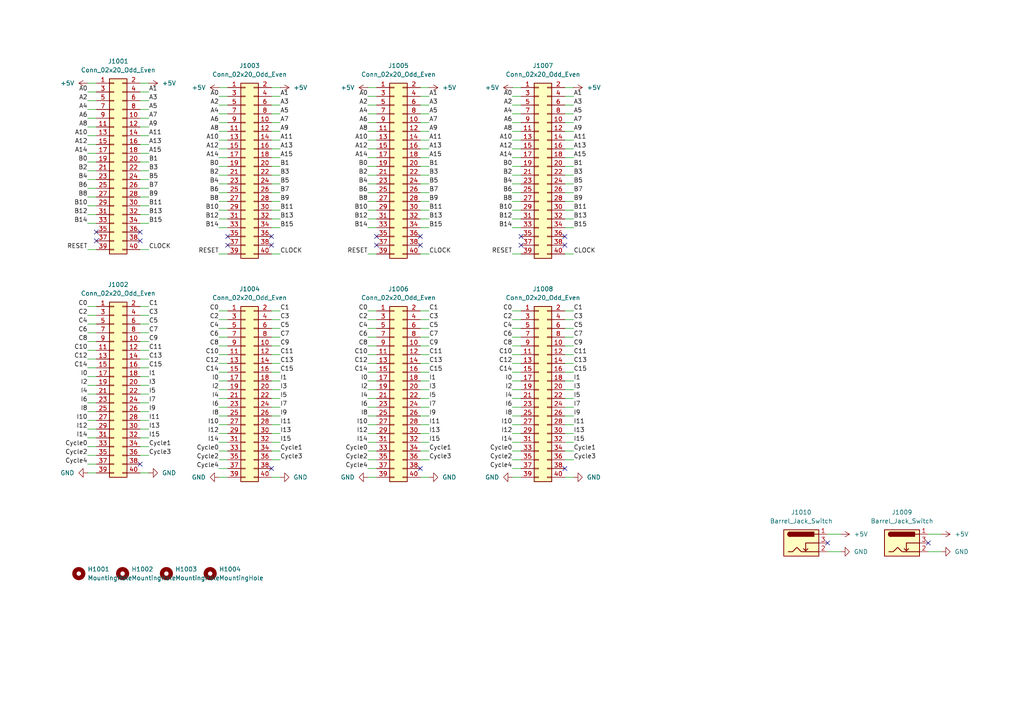
<source format=kicad_sch>
(kicad_sch (version 20231120) (generator "eeschema") (generator_version "8.0")
  (paper "A4")
  (lib_symbols
    (symbol "+5V_1" (power) (pin_numbers hide) (pin_names (offset 0) hide)
      (property "Value" "+5V" (at 0 3.556 0))
      (symbol "+5V_1_0_1"
        (polyline (pts (xy -0.762 1.27) (xy 0 2.54)))
        (polyline (pts (xy 0 0) (xy 0 2.54)))
        (polyline (pts (xy 0 2.54) (xy 0.762 1.27)))
      )
      (symbol "+5V_1_1_1"
        (pin power_in line (at 0 0 90) (length 0) (name "~") (number "1"))
      )
    )
    (symbol "Connector:Barrel_Jack_Switch" (pin_names hide)
      (property "Reference" "J" (at 0 5.334 0))
      (property "Value" "Barrel_Jack_Switch" (at 0 -5.08 0))
      (symbol "Barrel_Jack_Switch_0_1"
        (rectangle (start -5.08 3.81) (end 5.08 -3.81) (stroke (width 0.254)) (fill (type background)))
        (arc (start -3.302 3.175) (mid -3.9343 2.54) (end -3.302 1.905) (stroke (width 0.254)))
        (arc (start -3.302 3.175) (mid -3.9343 2.54) (end -3.302 1.905) (stroke (width 0.254)) (fill (type outline)))
        (polyline (pts (xy 1.27 -2.286) (xy 1.905 -1.651)) (stroke (width 0.254)))
        (polyline (pts (xy 5.08 2.54) (xy 3.81 2.54)) (stroke (width 0.254)))
        (polyline (pts (xy 5.08 0) (xy 1.27 0) (xy 1.27 -2.286) (xy 0.635 -1.651)) (stroke (width 0.254)))
        (polyline (pts (xy -3.81 -2.54) (xy -2.54 -2.54) (xy -1.27 -1.27) (xy 0 -2.54) (xy 2.54 -2.54) (xy 5.08 -2.54)) (stroke (width 0.254)))
        (rectangle (start 3.683 3.175) (end -3.302 1.905) (stroke (width 0.254)) (fill (type outline)))
      )
      (symbol "Barrel_Jack_Switch_1_1"
        (pin passive line (at 7.62 2.54 180) (length 2.54) (name "~") (number "1"))
        (pin passive line (at 7.62 -2.54 180) (length 2.54) (name "~") (number "2"))
        (pin passive line (at 7.62 0 180) (length 2.54) (name "~") (number "3"))
      )
    )
    (symbol "Connector_Generic:Conn_02x20_Odd_Even" (pin_names (offset 1.016) hide)
      (property "Reference" "J" (at 1.27 25.4 0))
      (property "Value" "Conn_02x20_Odd_Even" (at 1.27 -27.94 0))
      (symbol "Conn_02x20_Odd_Even_1_1"
        (rectangle (start -1.27 -25.273) (end 0 -25.527) (stroke (width 0.1524)))
        (rectangle (start -1.27 -22.733) (end 0 -22.987) (stroke (width 0.1524)))
        (rectangle (start -1.27 -20.193) (end 0 -20.447) (stroke (width 0.1524)))
        (rectangle (start -1.27 -17.653) (end 0 -17.907) (stroke (width 0.1524)))
        (rectangle (start -1.27 -15.113) (end 0 -15.367) (stroke (width 0.1524)))
        (rectangle (start -1.27 -12.573) (end 0 -12.827) (stroke (width 0.1524)))
        (rectangle (start -1.27 -10.033) (end 0 -10.287) (stroke (width 0.1524)))
        (rectangle (start -1.27 -7.493) (end 0 -7.747) (stroke (width 0.1524)))
        (rectangle (start -1.27 -4.953) (end 0 -5.207) (stroke (width 0.1524)))
        (rectangle (start -1.27 -2.413) (end 0 -2.667) (stroke (width 0.1524)))
        (rectangle (start -1.27 0.127) (end 0 -0.127) (stroke (width 0.1524)))
        (rectangle (start -1.27 2.667) (end 0 2.413) (stroke (width 0.1524)))
        (rectangle (start -1.27 5.207) (end 0 4.953) (stroke (width 0.1524)))
        (rectangle (start -1.27 7.747) (end 0 7.493) (stroke (width 0.1524)))
        (rectangle (start -1.27 10.287) (end 0 10.033) (stroke (width 0.1524)))
        (rectangle (start -1.27 12.827) (end 0 12.573) (stroke (width 0.1524)))
        (rectangle (start -1.27 15.367) (end 0 15.113) (stroke (width 0.1524)))
        (rectangle (start -1.27 17.907) (end 0 17.653) (stroke (width 0.1524)))
        (rectangle (start -1.27 20.447) (end 0 20.193) (stroke (width 0.1524)))
        (rectangle (start -1.27 22.987) (end 0 22.733) (stroke (width 0.1524)))
        (rectangle (start -1.27 24.13) (end 3.81 -26.67) (stroke (width 0.254)) (fill (type background)))
        (rectangle (start 3.81 -25.273) (end 2.54 -25.527) (stroke (width 0.1524)))
        (rectangle (start 3.81 -22.733) (end 2.54 -22.987) (stroke (width 0.1524)))
        (rectangle (start 3.81 -20.193) (end 2.54 -20.447) (stroke (width 0.1524)))
        (rectangle (start 3.81 -17.653) (end 2.54 -17.907) (stroke (width 0.1524)))
        (rectangle (start 3.81 -15.113) (end 2.54 -15.367) (stroke (width 0.1524)))
        (rectangle (start 3.81 -12.573) (end 2.54 -12.827) (stroke (width 0.1524)))
        (rectangle (start 3.81 -10.033) (end 2.54 -10.287) (stroke (width 0.1524)))
        (rectangle (start 3.81 -7.493) (end 2.54 -7.747) (stroke (width 0.1524)))
        (rectangle (start 3.81 -4.953) (end 2.54 -5.207) (stroke (width 0.1524)))
        (rectangle (start 3.81 -2.413) (end 2.54 -2.667) (stroke (width 0.1524)))
        (rectangle (start 3.81 0.127) (end 2.54 -0.127) (stroke (width 0.1524)))
        (rectangle (start 3.81 2.667) (end 2.54 2.413) (stroke (width 0.1524)))
        (rectangle (start 3.81 5.207) (end 2.54 4.953) (stroke (width 0.1524)))
        (rectangle (start 3.81 7.747) (end 2.54 7.493) (stroke (width 0.1524)))
        (rectangle (start 3.81 10.287) (end 2.54 10.033) (stroke (width 0.1524)))
        (rectangle (start 3.81 12.827) (end 2.54 12.573) (stroke (width 0.1524)))
        (rectangle (start 3.81 15.367) (end 2.54 15.113) (stroke (width 0.1524)))
        (rectangle (start 3.81 17.907) (end 2.54 17.653) (stroke (width 0.1524)))
        (rectangle (start 3.81 20.447) (end 2.54 20.193) (stroke (width 0.1524)))
        (rectangle (start 3.81 22.987) (end 2.54 22.733) (stroke (width 0.1524)))
        (pin passive line (at -5.08 22.86 0) (length 3.81) (name "Pin_1") (number "1"))
        (pin passive line (at 7.62 12.7 180) (length 3.81) (name "Pin_10") (number "10"))
        (pin passive line (at -5.08 10.16 0) (length 3.81) (name "Pin_11") (number "11"))
        (pin passive line (at 7.62 10.16 180) (length 3.81) (name "Pin_12") (number "12"))
        (pin passive line (at -5.08 7.62 0) (length 3.81) (name "Pin_13") (number "13"))
        (pin passive line (at 7.62 7.62 180) (length 3.81) (name "Pin_14") (number "14"))
        (pin passive line (at -5.08 5.08 0) (length 3.81) (name "Pin_15") (number "15"))
        (pin passive line (at 7.62 5.08 180) (length 3.81) (name "Pin_16") (number "16"))
        (pin passive line (at -5.08 2.54 0) (length 3.81) (name "Pin_17") (number "17"))
        (pin passive line (at 7.62 2.54 180) (length 3.81) (name "Pin_18") (number "18"))
        (pin passive line (at -5.08 0 0) (length 3.81) (name "Pin_19") (number "19"))
        (pin passive line (at 7.62 22.86 180) (length 3.81) (name "Pin_2") (number "2"))
        (pin passive line (at 7.62 0 180) (length 3.81) (name "Pin_20") (number "20"))
        (pin passive line (at -5.08 -2.54 0) (length 3.81) (name "Pin_21") (number "21"))
        (pin passive line (at 7.62 -2.54 180) (length 3.81) (name "Pin_22") (number "22"))
        (pin passive line (at -5.08 -5.08 0) (length 3.81) (name "Pin_23") (number "23"))
        (pin passive line (at 7.62 -5.08 180) (length 3.81) (name "Pin_24") (number "24"))
        (pin passive line (at -5.08 -7.62 0) (length 3.81) (name "Pin_25") (number "25"))
        (pin passive line (at 7.62 -7.62 180) (length 3.81) (name "Pin_26") (number "26"))
        (pin passive line (at -5.08 -10.16 0) (length 3.81) (name "Pin_27") (number "27"))
        (pin passive line (at 7.62 -10.16 180) (length 3.81) (name "Pin_28") (number "28"))
        (pin passive line (at -5.08 -12.7 0) (length 3.81) (name "Pin_29") (number "29"))
        (pin passive line (at -5.08 20.32 0) (length 3.81) (name "Pin_3") (number "3"))
        (pin passive line (at 7.62 -12.7 180) (length 3.81) (name "Pin_30") (number "30"))
        (pin passive line (at -5.08 -15.24 0) (length 3.81) (name "Pin_31") (number "31"))
        (pin passive line (at 7.62 -15.24 180) (length 3.81) (name "Pin_32") (number "32"))
        (pin passive line (at -5.08 -17.78 0) (length 3.81) (name "Pin_33") (number "33"))
        (pin passive line (at 7.62 -17.78 180) (length 3.81) (name "Pin_34") (number "34"))
        (pin passive line (at -5.08 -20.32 0) (length 3.81) (name "Pin_35") (number "35"))
        (pin passive line (at 7.62 -20.32 180) (length 3.81) (name "Pin_36") (number "36"))
        (pin passive line (at -5.08 -22.86 0) (length 3.81) (name "Pin_37") (number "37"))
        (pin passive line (at 7.62 -22.86 180) (length 3.81) (name "Pin_38") (number "38"))
        (pin passive line (at -5.08 -25.4 0) (length 3.81) (name "Pin_39") (number "39"))
        (pin passive line (at 7.62 20.32 180) (length 3.81) (name "Pin_4") (number "4"))
        (pin passive line (at 7.62 -25.4 180) (length 3.81) (name "Pin_40") (number "40"))
        (pin passive line (at -5.08 17.78 0) (length 3.81) (name "Pin_5") (number "5"))
        (pin passive line (at 7.62 17.78 180) (length 3.81) (name "Pin_6") (number "6"))
        (pin passive line (at -5.08 15.24 0) (length 3.81) (name "Pin_7") (number "7"))
        (pin passive line (at 7.62 15.24 180) (length 3.81) (name "Pin_8") (number "8"))
        (pin passive line (at -5.08 12.7 0) (length 3.81) (name "Pin_9") (number "9"))
      )
    )
    (symbol "GND_1" (power) (pin_numbers hide) (pin_names (offset 0) hide)
      (property "Value" "GND" (at 0 -3.81 0))
      (symbol "GND_1_0_1"
        (polyline (pts (xy 0 0) (xy 0 -1.27) (xy 1.27 -1.27) (xy 0 -2.54) (xy -1.27 -1.27) (xy 0 -1.27)))
      )
      (symbol "GND_1_1_1"
        (pin power_in line (at 0 0 270) (length 0) (name "~") (number "1"))
      )
    )
    (symbol "Mechanical:MountingHole" (pin_names (offset 1.016)) (exclude_from_sim yes) (in_bom no)
      (property "Reference" "H" (at 0 5.08 0))
      (property "Value" "MountingHole" (at 0 3.175 0))
      (symbol "MountingHole_0_1"
        (circle (center 0 0) (radius 1.27) (stroke (width 1.27)))
      )
    )
    (symbol "power:+5V" (power) (pin_numbers hide) (pin_names (offset 0) hide)
      (property "Value" "+5V" (at 0 3.556 0))
      (symbol "+5V_0_1"
        (polyline (pts (xy -0.762 1.27) (xy 0 2.54)))
        (polyline (pts (xy 0 0) (xy 0 2.54)))
        (polyline (pts (xy 0 2.54) (xy 0.762 1.27)))
      )
      (symbol "+5V_1_1"
        (pin power_in line (at 0 0 90) (length 0) (name "~") (number "1"))
      )
    )
    (symbol "power:GND" (power) (pin_numbers hide) (pin_names (offset 0) hide)
      (property "Value" "GND" (at 0 -3.81 0))
      (symbol "GND_0_1"
        (polyline (pts (xy 0 0) (xy 0 -1.27) (xy 1.27 -1.27) (xy 0 -2.54) (xy -1.27 -1.27) (xy 0 -1.27)))
      )
      (symbol "GND_1_1"
        (pin power_in line (at 0 0 270) (length 0) (name "~") (number "1"))
      )
    )
  )
  (no_connect (at 78.74 71.12))
  (no_connect (at 40.64 69.85))
  (no_connect (at 240.03 157.48))
  (no_connect (at 163.83 71.12))
  (no_connect (at 109.22 71.12))
  (no_connect (at 66.04 68.58))
  (no_connect (at 121.92 68.58))
  (no_connect (at 109.22 68.58))
  (no_connect (at 163.83 135.89))
  (no_connect (at 78.74 135.89))
  (no_connect (at 78.74 68.58))
  (no_connect (at 151.13 71.12))
  (no_connect (at 121.92 135.89))
  (no_connect (at 40.64 67.31))
  (no_connect (at 151.13 68.58))
  (no_connect (at 66.04 71.12))
  (no_connect (at 121.92 71.12))
  (no_connect (at 269.24 157.48))
  (no_connect (at 27.94 67.31))
  (no_connect (at 40.64 134.62))
  (no_connect (at 27.94 69.85))
  (no_connect (at 163.83 68.58))
  (wire (pts (xy 163.83 58.42) (xy 166.37 58.42)))
  (wire (pts (xy 25.4 57.15) (xy 27.94 57.15)))
  (wire (pts (xy 40.64 101.6) (xy 43.18 101.6)))
  (wire (pts (xy 148.59 30.48) (xy 151.13 30.48)))
  (wire (pts (xy 40.64 36.83) (xy 43.18 36.83)))
  (wire (pts (xy 106.68 123.19) (xy 109.22 123.19)))
  (wire (pts (xy 121.92 97.79) (xy 124.46 97.79)))
  (wire (pts (xy 148.59 55.88) (xy 151.13 55.88)))
  (wire (pts (xy 78.74 133.35) (xy 81.28 133.35)))
  (wire (pts (xy 78.74 100.33) (xy 81.28 100.33)))
  (wire (pts (xy 106.68 125.73) (xy 109.22 125.73)))
  (wire (pts (xy 106.68 130.81) (xy 109.22 130.81)))
  (wire (pts (xy 163.83 90.17) (xy 166.37 90.17)))
  (wire (pts (xy 163.83 50.8) (xy 166.37 50.8)))
  (wire (pts (xy 25.4 91.44) (xy 27.94 91.44)))
  (wire (pts (xy 106.68 97.79) (xy 109.22 97.79)))
  (wire (pts (xy 148.59 35.56) (xy 151.13 35.56)))
  (wire (pts (xy 40.64 104.14) (xy 43.18 104.14)))
  (wire (pts (xy 121.92 120.65) (xy 124.46 120.65)))
  (wire (pts (xy 78.74 27.94) (xy 81.28 27.94)))
  (wire (pts (xy 25.4 36.83) (xy 27.94 36.83)))
  (wire (pts (xy 40.64 116.84) (xy 43.18 116.84)))
  (wire (pts (xy 148.59 133.35) (xy 151.13 133.35)))
  (wire (pts (xy 121.92 123.19) (xy 124.46 123.19)))
  (wire (pts (xy 121.92 90.17) (xy 124.46 90.17)))
  (wire (pts (xy 63.5 40.64) (xy 66.04 40.64)))
  (wire (pts (xy 163.83 55.88) (xy 166.37 55.88)))
  (wire (pts (xy 25.4 137.16) (xy 27.94 137.16)))
  (wire (pts (xy 63.5 30.48) (xy 66.04 30.48)))
  (wire (pts (xy 121.92 95.25) (xy 124.46 95.25)))
  (wire (pts (xy 25.4 124.46) (xy 27.94 124.46)))
  (wire (pts (xy 25.4 34.29) (xy 27.94 34.29)))
  (wire (pts (xy 25.4 111.76) (xy 27.94 111.76)))
  (wire (pts (xy 40.64 41.91) (xy 43.18 41.91)))
  (wire (pts (xy 121.92 107.95) (xy 124.46 107.95)))
  (wire (pts (xy 78.74 30.48) (xy 81.28 30.48)))
  (wire (pts (xy 63.5 50.8) (xy 66.04 50.8)))
  (wire (pts (xy 25.4 101.6) (xy 27.94 101.6)))
  (wire (pts (xy 121.92 33.02) (xy 124.46 33.02)))
  (wire (pts (xy 121.92 30.48) (xy 124.46 30.48)))
  (wire (pts (xy 106.68 118.11) (xy 109.22 118.11)))
  (wire (pts (xy 148.59 50.8) (xy 151.13 50.8)))
  (wire (pts (xy 106.68 63.5) (xy 109.22 63.5)))
  (wire (pts (xy 106.68 73.66) (xy 109.22 73.66)))
  (wire (pts (xy 106.68 60.96) (xy 109.22 60.96)))
  (wire (pts (xy 25.4 31.75) (xy 27.94 31.75)))
  (wire (pts (xy 148.59 100.33) (xy 151.13 100.33)))
  (wire (pts (xy 106.68 95.25) (xy 109.22 95.25)))
  (wire (pts (xy 25.4 93.98) (xy 27.94 93.98)))
  (wire (pts (xy 63.5 27.94) (xy 66.04 27.94)))
  (wire (pts (xy 106.68 53.34) (xy 109.22 53.34)))
  (wire (pts (xy 63.5 115.57) (xy 66.04 115.57)))
  (wire (pts (xy 106.68 43.18) (xy 109.22 43.18)))
  (wire (pts (xy 163.83 107.95) (xy 166.37 107.95)))
  (wire (pts (xy 78.74 55.88) (xy 81.28 55.88)))
  (wire (pts (xy 121.92 73.66) (xy 124.46 73.66)))
  (wire (pts (xy 63.5 123.19) (xy 66.04 123.19)))
  (wire (pts (xy 78.74 115.57) (xy 81.28 115.57)))
  (wire (pts (xy 163.83 130.81) (xy 166.37 130.81)))
  (wire (pts (xy 148.59 48.26) (xy 151.13 48.26)))
  (wire (pts (xy 121.92 63.5) (xy 124.46 63.5)))
  (wire (pts (xy 106.68 107.95) (xy 109.22 107.95)))
  (wire (pts (xy 148.59 123.19) (xy 151.13 123.19)))
  (wire (pts (xy 121.92 53.34) (xy 124.46 53.34)))
  (wire (pts (xy 163.83 43.18) (xy 166.37 43.18)))
  (wire (pts (xy 40.64 64.77) (xy 43.18 64.77)))
  (wire (pts (xy 163.83 40.64) (xy 166.37 40.64)))
  (wire (pts (xy 148.59 63.5) (xy 151.13 63.5)))
  (wire (pts (xy 106.68 35.56) (xy 109.22 35.56)))
  (wire (pts (xy 121.92 55.88) (xy 124.46 55.88)))
  (wire (pts (xy 106.68 30.48) (xy 109.22 30.48)))
  (wire (pts (xy 148.59 138.43) (xy 151.13 138.43)))
  (wire (pts (xy 106.68 100.33) (xy 109.22 100.33)))
  (wire (pts (xy 63.5 92.71) (xy 66.04 92.71)))
  (wire (pts (xy 106.68 110.49) (xy 109.22 110.49)))
  (wire (pts (xy 78.74 125.73) (xy 81.28 125.73)))
  (wire (pts (xy 163.83 27.94) (xy 166.37 27.94)))
  (wire (pts (xy 121.92 27.94) (xy 124.46 27.94)))
  (wire (pts (xy 63.5 110.49) (xy 66.04 110.49)))
  (wire (pts (xy 148.59 95.25) (xy 151.13 95.25)))
  (wire (pts (xy 148.59 60.96) (xy 151.13 60.96)))
  (wire (pts (xy 25.4 26.67) (xy 27.94 26.67)))
  (wire (pts (xy 148.59 97.79) (xy 151.13 97.79)))
  (wire (pts (xy 148.59 128.27) (xy 151.13 128.27)))
  (wire (pts (xy 163.83 133.35) (xy 166.37 133.35)))
  (wire (pts (xy 148.59 73.66) (xy 151.13 73.66)))
  (wire (pts (xy 25.4 39.37) (xy 27.94 39.37)))
  (wire (pts (xy 163.83 53.34) (xy 166.37 53.34)))
  (wire (pts (xy 78.74 40.64) (xy 81.28 40.64)))
  (wire (pts (xy 78.74 53.34) (xy 81.28 53.34)))
  (wire (pts (xy 63.5 38.1) (xy 66.04 38.1)))
  (wire (pts (xy 106.68 66.04) (xy 109.22 66.04)))
  (wire (pts (xy 148.59 113.03) (xy 151.13 113.03)))
  (wire (pts (xy 106.68 115.57) (xy 109.22 115.57)))
  (wire (pts (xy 40.64 72.39) (xy 43.18 72.39)))
  (wire (pts (xy 163.83 60.96) (xy 166.37 60.96)))
  (wire (pts (xy 40.64 119.38) (xy 43.18 119.38)))
  (wire (pts (xy 25.4 119.38) (xy 27.94 119.38)))
  (wire (pts (xy 78.74 105.41) (xy 81.28 105.41)))
  (wire (pts (xy 78.74 66.04) (xy 81.28 66.04)))
  (wire (pts (xy 163.83 92.71) (xy 166.37 92.71)))
  (wire (pts (xy 121.92 92.71) (xy 124.46 92.71)))
  (wire (pts (xy 25.4 72.39) (xy 27.94 72.39)))
  (wire (pts (xy 163.83 66.04) (xy 166.37 66.04)))
  (wire (pts (xy 63.5 33.02) (xy 66.04 33.02)))
  (wire (pts (xy 163.83 97.79) (xy 166.37 97.79)))
  (wire (pts (xy 25.4 64.77) (xy 27.94 64.77)))
  (wire (pts (xy 78.74 63.5) (xy 81.28 63.5)))
  (wire (pts (xy 163.83 30.48) (xy 166.37 30.48)))
  (wire (pts (xy 63.5 55.88) (xy 66.04 55.88)))
  (wire (pts (xy 78.74 45.72) (xy 81.28 45.72)))
  (wire (pts (xy 106.68 133.35) (xy 109.22 133.35)))
  (wire (pts (xy 25.4 96.52) (xy 27.94 96.52)))
  (wire (pts (xy 63.5 43.18) (xy 66.04 43.18)))
  (wire (pts (xy 25.4 127) (xy 27.94 127)))
  (wire (pts (xy 63.5 53.34) (xy 66.04 53.34)))
  (wire (pts (xy 40.64 26.67) (xy 43.18 26.67)))
  (wire (pts (xy 25.4 24.13) (xy 27.94 24.13)))
  (wire (pts (xy 25.4 99.06) (xy 27.94 99.06)))
  (wire (pts (xy 163.83 105.41) (xy 166.37 105.41)))
  (wire (pts (xy 63.5 138.43) (xy 66.04 138.43)))
  (wire (pts (xy 25.4 132.08) (xy 27.94 132.08)))
  (wire (pts (xy 106.68 135.89) (xy 109.22 135.89)))
  (wire (pts (xy 148.59 118.11) (xy 151.13 118.11)))
  (wire (pts (xy 148.59 115.57) (xy 151.13 115.57)))
  (wire (pts (xy 78.74 107.95) (xy 81.28 107.95)))
  (wire (pts (xy 163.83 95.25) (xy 166.37 95.25)))
  (wire (pts (xy 78.74 102.87) (xy 81.28 102.87)))
  (wire (pts (xy 63.5 128.27) (xy 66.04 128.27)))
  (wire (pts (xy 78.74 92.71) (xy 81.28 92.71)))
  (wire (pts (xy 63.5 118.11) (xy 66.04 118.11)))
  (wire (pts (xy 78.74 73.66) (xy 81.28 73.66)))
  (wire (pts (xy 25.4 46.99) (xy 27.94 46.99)))
  (wire (pts (xy 78.74 58.42) (xy 81.28 58.42)))
  (wire (pts (xy 163.83 115.57) (xy 166.37 115.57)))
  (wire (pts (xy 40.64 29.21) (xy 43.18 29.21)))
  (wire (pts (xy 106.68 25.4) (xy 109.22 25.4)))
  (wire (pts (xy 40.64 111.76) (xy 43.18 111.76)))
  (wire (pts (xy 40.64 127) (xy 43.18 127)))
  (wire (pts (xy 106.68 38.1) (xy 109.22 38.1)))
  (wire (pts (xy 78.74 120.65) (xy 81.28 120.65)))
  (wire (pts (xy 25.4 62.23) (xy 27.94 62.23)))
  (wire (pts (xy 63.5 125.73) (xy 66.04 125.73)))
  (wire (pts (xy 148.59 45.72) (xy 151.13 45.72)))
  (wire (pts (xy 163.83 100.33) (xy 166.37 100.33)))
  (wire (pts (xy 25.4 41.91) (xy 27.94 41.91)))
  (wire (pts (xy 63.5 97.79) (xy 66.04 97.79)))
  (wire (pts (xy 63.5 130.81) (xy 66.04 130.81)))
  (wire (pts (xy 63.5 100.33) (xy 66.04 100.33)))
  (wire (pts (xy 78.74 113.03) (xy 81.28 113.03)))
  (wire (pts (xy 148.59 27.94) (xy 151.13 27.94)))
  (wire (pts (xy 163.83 35.56) (xy 166.37 35.56)))
  (wire (pts (xy 63.5 105.41) (xy 66.04 105.41)))
  (wire (pts (xy 63.5 133.35) (xy 66.04 133.35)))
  (wire (pts (xy 40.64 91.44) (xy 43.18 91.44)))
  (wire (pts (xy 78.74 35.56) (xy 81.28 35.56)))
  (wire (pts (xy 148.59 92.71) (xy 151.13 92.71)))
  (wire (pts (xy 78.74 90.17) (xy 81.28 90.17)))
  (wire (pts (xy 163.83 63.5) (xy 166.37 63.5)))
  (wire (pts (xy 40.64 96.52) (xy 43.18 96.52)))
  (wire (pts (xy 148.59 120.65) (xy 151.13 120.65)))
  (wire (pts (xy 25.4 44.45) (xy 27.94 44.45)))
  (wire (pts (xy 25.4 49.53) (xy 27.94 49.53)))
  (wire (pts (xy 63.5 35.56) (xy 66.04 35.56)))
  (wire (pts (xy 78.74 138.43) (xy 81.28 138.43)))
  (wire (pts (xy 121.92 128.27) (xy 124.46 128.27)))
  (wire (pts (xy 121.92 133.35) (xy 124.46 133.35)))
  (wire (pts (xy 163.83 123.19) (xy 166.37 123.19)))
  (wire (pts (xy 121.92 105.41) (xy 124.46 105.41)))
  (wire (pts (xy 148.59 40.64) (xy 151.13 40.64)))
  (wire (pts (xy 121.92 125.73) (xy 124.46 125.73)))
  (wire (pts (xy 106.68 92.71) (xy 109.22 92.71)))
  (wire (pts (xy 25.4 88.9) (xy 27.94 88.9)))
  (wire (pts (xy 163.83 120.65) (xy 166.37 120.65)))
  (wire (pts (xy 63.5 63.5) (xy 66.04 63.5)))
  (wire (pts (xy 78.74 130.81) (xy 81.28 130.81)))
  (wire (pts (xy 40.64 129.54) (xy 43.18 129.54)))
  (wire (pts (xy 121.92 58.42) (xy 124.46 58.42)))
  (wire (pts (xy 163.83 38.1) (xy 166.37 38.1)))
  (wire (pts (xy 78.74 110.49) (xy 81.28 110.49)))
  (wire (pts (xy 121.92 102.87) (xy 124.46 102.87)))
  (wire (pts (xy 63.5 120.65) (xy 66.04 120.65)))
  (wire (pts (xy 40.64 57.15) (xy 43.18 57.15)))
  (wire (pts (xy 121.92 48.26) (xy 124.46 48.26)))
  (wire (pts (xy 25.4 114.3) (xy 27.94 114.3)))
  (wire (pts (xy 106.68 50.8) (xy 109.22 50.8)))
  (wire (pts (xy 40.64 88.9) (xy 43.18 88.9)))
  (wire (pts (xy 106.68 48.26) (xy 109.22 48.26)))
  (wire (pts (xy 121.92 50.8) (xy 124.46 50.8)))
  (wire (pts (xy 78.74 38.1) (xy 81.28 38.1)))
  (wire (pts (xy 163.83 128.27) (xy 166.37 128.27)))
  (wire (pts (xy 148.59 102.87) (xy 151.13 102.87)))
  (wire (pts (xy 148.59 90.17) (xy 151.13 90.17)))
  (wire (pts (xy 148.59 43.18) (xy 151.13 43.18)))
  (wire (pts (xy 63.5 95.25) (xy 66.04 95.25)))
  (wire (pts (xy 25.4 109.22) (xy 27.94 109.22)))
  (wire (pts (xy 106.68 128.27) (xy 109.22 128.27)))
  (wire (pts (xy 40.64 109.22) (xy 43.18 109.22)))
  (wire (pts (xy 63.5 66.04) (xy 66.04 66.04)))
  (wire (pts (xy 148.59 130.81) (xy 151.13 130.81)))
  (wire (pts (xy 40.64 93.98) (xy 43.18 93.98)))
  (wire (pts (xy 40.64 52.07) (xy 43.18 52.07)))
  (wire (pts (xy 40.64 59.69) (xy 43.18 59.69)))
  (wire (pts (xy 269.24 160.02) (xy 273.05 160.02)))
  (wire (pts (xy 78.74 123.19) (xy 81.28 123.19)))
  (wire (pts (xy 78.74 95.25) (xy 81.28 95.25)))
  (wire (pts (xy 148.59 66.04) (xy 151.13 66.04)))
  (wire (pts (xy 106.68 138.43) (xy 109.22 138.43)))
  (wire (pts (xy 121.92 60.96) (xy 124.46 60.96)))
  (wire (pts (xy 78.74 43.18) (xy 81.28 43.18)))
  (wire (pts (xy 163.83 25.4) (xy 166.37 25.4)))
  (wire (pts (xy 121.92 45.72) (xy 124.46 45.72)))
  (wire (pts (xy 163.83 48.26) (xy 166.37 48.26)))
  (wire (pts (xy 40.64 24.13) (xy 43.18 24.13)))
  (wire (pts (xy 121.92 25.4) (xy 124.46 25.4)))
  (wire (pts (xy 25.4 116.84) (xy 27.94 116.84)))
  (wire (pts (xy 78.74 25.4) (xy 81.28 25.4)))
  (wire (pts (xy 25.4 29.21) (xy 27.94 29.21)))
  (wire (pts (xy 106.68 27.94) (xy 109.22 27.94)))
  (wire (pts (xy 106.68 45.72) (xy 109.22 45.72)))
  (wire (pts (xy 25.4 121.92) (xy 27.94 121.92)))
  (wire (pts (xy 40.64 34.29) (xy 43.18 34.29)))
  (wire (pts (xy 240.03 154.94) (xy 243.84 154.94)))
  (wire (pts (xy 40.64 99.06) (xy 43.18 99.06)))
  (wire (pts (xy 63.5 48.26) (xy 66.04 48.26)))
  (wire (pts (xy 40.64 106.68) (xy 43.18 106.68)))
  (wire (pts (xy 25.4 52.07) (xy 27.94 52.07)))
  (wire (pts (xy 121.92 138.43) (xy 124.46 138.43)))
  (wire (pts (xy 40.64 44.45) (xy 43.18 44.45)))
  (wire (pts (xy 40.64 54.61) (xy 43.18 54.61)))
  (wire (pts (xy 163.83 110.49) (xy 166.37 110.49)))
  (wire (pts (xy 78.74 97.79) (xy 81.28 97.79)))
  (wire (pts (xy 148.59 110.49) (xy 151.13 110.49)))
  (wire (pts (xy 25.4 106.68) (xy 27.94 106.68)))
  (wire (pts (xy 163.83 73.66) (xy 166.37 73.66)))
  (wire (pts (xy 148.59 58.42) (xy 151.13 58.42)))
  (wire (pts (xy 63.5 58.42) (xy 66.04 58.42)))
  (wire (pts (xy 63.5 25.4) (xy 66.04 25.4)))
  (wire (pts (xy 121.92 110.49) (xy 124.46 110.49)))
  (wire (pts (xy 148.59 53.34) (xy 151.13 53.34)))
  (wire (pts (xy 25.4 54.61) (xy 27.94 54.61)))
  (wire (pts (xy 148.59 33.02) (xy 151.13 33.02)))
  (wire (pts (xy 63.5 90.17) (xy 66.04 90.17)))
  (wire (pts (xy 40.64 137.16) (xy 43.18 137.16)))
  (wire (pts (xy 63.5 113.03) (xy 66.04 113.03)))
  (wire (pts (xy 106.68 120.65) (xy 109.22 120.65)))
  (wire (pts (xy 106.68 58.42) (xy 109.22 58.42)))
  (wire (pts (xy 40.64 62.23) (xy 43.18 62.23)))
  (wire (pts (xy 121.92 130.81) (xy 124.46 130.81)))
  (wire (pts (xy 148.59 25.4) (xy 151.13 25.4)))
  (wire (pts (xy 40.64 46.99) (xy 43.18 46.99)))
  (wire (pts (xy 163.83 102.87) (xy 166.37 102.87)))
  (wire (pts (xy 121.92 35.56) (xy 124.46 35.56)))
  (wire (pts (xy 106.68 33.02) (xy 109.22 33.02)))
  (wire (pts (xy 106.68 55.88) (xy 109.22 55.88)))
  (wire (pts (xy 269.24 154.94) (xy 273.05 154.94)))
  (wire (pts (xy 78.74 48.26) (xy 81.28 48.26)))
  (wire (pts (xy 63.5 60.96) (xy 66.04 60.96)))
  (wire (pts (xy 106.68 90.17) (xy 109.22 90.17)))
  (wire (pts (xy 78.74 33.02) (xy 81.28 33.02)))
  (wire (pts (xy 163.83 118.11) (xy 166.37 118.11)))
  (wire (pts (xy 121.92 43.18) (xy 124.46 43.18)))
  (wire (pts (xy 148.59 135.89) (xy 151.13 135.89)))
  (wire (pts (xy 40.64 49.53) (xy 43.18 49.53)))
  (wire (pts (xy 78.74 118.11) (xy 81.28 118.11)))
  (wire (pts (xy 163.83 45.72) (xy 166.37 45.72)))
  (wire (pts (xy 163.83 125.73) (xy 166.37 125.73)))
  (wire (pts (xy 163.83 33.02) (xy 166.37 33.02)))
  (wire (pts (xy 25.4 59.69) (xy 27.94 59.69)))
  (wire (pts (xy 78.74 60.96) (xy 81.28 60.96)))
  (wire (pts (xy 148.59 38.1) (xy 151.13 38.1)))
  (wire (pts (xy 148.59 107.95) (xy 151.13 107.95)))
  (wire (pts (xy 63.5 107.95) (xy 66.04 107.95)))
  (wire (pts (xy 121.92 38.1) (xy 124.46 38.1)))
  (wire (pts (xy 121.92 66.04) (xy 124.46 66.04)))
  (wire (pts (xy 106.68 102.87) (xy 109.22 102.87)))
  (wire (pts (xy 63.5 45.72) (xy 66.04 45.72)))
  (wire (pts (xy 40.64 124.46) (xy 43.18 124.46)))
  (wire (pts (xy 40.64 114.3) (xy 43.18 114.3)))
  (wire (pts (xy 40.64 132.08) (xy 43.18 132.08)))
  (wire (pts (xy 121.92 115.57) (xy 124.46 115.57)))
  (wire (pts (xy 25.4 129.54) (xy 27.94 129.54)))
  (wire (pts (xy 121.92 113.03) (xy 124.46 113.03)))
  (wire (pts (xy 148.59 105.41) (xy 151.13 105.41)))
  (wire (pts (xy 121.92 118.11) (xy 124.46 118.11)))
  (wire (pts (xy 148.59 125.73) (xy 151.13 125.73)))
  (wire (pts (xy 25.4 104.14) (xy 27.94 104.14)))
  (wire (pts (xy 25.4 134.62) (xy 27.94 134.62)))
  (wire (pts (xy 121.92 40.64) (xy 124.46 40.64)))
  (wire (pts (xy 106.68 40.64) (xy 109.22 40.64)))
  (wire (pts (xy 240.03 160.02) (xy 243.84 160.02)))
  (wire (pts (xy 106.68 105.41) (xy 109.22 105.41)))
  (wire (pts (xy 40.64 121.92) (xy 43.18 121.92)))
  (wire (pts (xy 63.5 102.87) (xy 66.04 102.87)))
  (wire (pts (xy 63.5 73.66) (xy 66.04 73.66)))
  (wire (pts (xy 40.64 31.75) (xy 43.18 31.75)))
  (wire (pts (xy 106.68 113.03) (xy 109.22 113.03)))
  (wire (pts (xy 63.5 135.89) (xy 66.04 135.89)))
  (wire (pts (xy 163.83 138.43) (xy 166.37 138.43)))
  (wire (pts (xy 40.64 39.37) (xy 43.18 39.37)))
  (wire (pts (xy 163.83 113.03) (xy 166.37 113.03)))
  (wire (pts (xy 78.74 128.27) (xy 81.28 128.27)))
  (wire (pts (xy 121.92 100.33) (xy 124.46 100.33)))
  (wire (pts (xy 78.74 50.8) (xy 81.28 50.8)))
  (label "I0" (at 148.59 110.49 180))
  (label "C0" (at 25.4 88.9 180))
  (label "Cycle1" (at 81.28 130.81 0))
  (label "I12" (at 25.4 124.46 180))
  (label "B5" (at 166.37 53.34 0))
  (label "A7" (at 43.18 34.29 0))
  (label "I5" (at 166.37 115.57 0))
  (label "B8" (at 25.4 57.15 180))
  (label "I5" (at 43.18 114.3 0))
  (label "C6" (at 148.59 97.79 180))
  (label "B8" (at 148.59 58.42 180))
  (label "A6" (at 25.4 34.29 180))
  (label "I1" (at 166.37 110.49 0))
  (label "C7" (at 166.37 97.79 0))
  (label "Cycle2" (at 63.5 133.35 180))
  (label "A9" (at 124.46 38.1 0))
  (label "A9" (at 43.18 36.83 0))
  (label "A1" (at 43.18 26.67 0))
  (label "I3" (at 81.28 113.03 0))
  (label "C10" (at 25.4 101.6 180))
  (label "C8" (at 106.68 100.33 180))
  (label "B8" (at 63.5 58.42 180))
  (label "B4" (at 63.5 53.34 180))
  (label "C12" (at 148.59 105.41 180))
  (label "C9" (at 81.28 100.33 0))
  (label "I6" (at 148.59 118.11 180))
  (label "B6" (at 63.5 55.88 180))
  (label "Cycle4" (at 148.59 135.89 180))
  (label "I12" (at 106.68 125.73 180))
  (label "I4" (at 148.59 115.57 180))
  (label "C12" (at 25.4 104.14 180))
  (label "I2" (at 63.5 113.03 180))
  (label "A2" (at 106.68 30.48 180))
  (label "A4" (at 106.68 33.02 180))
  (label "C6" (at 63.5 97.79 180))
  (label "Cycle2" (at 25.4 132.08 180))
  (label "C14" (at 63.5 107.95 180))
  (label "A2" (at 25.4 29.21 180))
  (label "RESET" (at 25.4 72.39 180))
  (label "I15" (at 124.46 128.27 0))
  (label "A10" (at 106.68 40.64 180))
  (label "A3" (at 124.46 30.48 0))
  (label "B0" (at 25.4 46.99 180))
  (label "C1" (at 124.46 90.17 0))
  (label "A8" (at 25.4 36.83 180))
  (label "CLOCK" (at 43.18 72.39 0))
  (label "B14" (at 148.59 66.04 180))
  (label "A10" (at 25.4 39.37 180))
  (label "C5" (at 81.28 95.25 0))
  (label "I7" (at 43.18 116.84 0))
  (label "B1" (at 124.46 48.26 0))
  (label "B0" (at 63.5 48.26 180))
  (label "C2" (at 63.5 92.71 180))
  (label "I3" (at 43.18 111.76 0))
  (label "A8" (at 63.5 38.1 180))
  (label "A11" (at 43.18 39.37 0))
  (label "I5" (at 81.28 115.57 0))
  (label "B4" (at 148.59 53.34 180))
  (label "A4" (at 63.5 33.02 180))
  (label "C11" (at 43.18 101.6 0))
  (label "B6" (at 25.4 54.61 180))
  (label "I4" (at 63.5 115.57 180))
  (label "A6" (at 106.68 35.56 180))
  (label "B14" (at 63.5 66.04 180))
  (label "C14" (at 25.4 106.68 180))
  (label "Cycle0" (at 148.59 130.81 180))
  (label "A13" (at 81.28 43.18 0))
  (label "B9" (at 124.46 58.42 0))
  (label "Cycle3" (at 124.46 133.35 0))
  (label "A12" (at 63.5 43.18 180))
  (label "A11" (at 166.37 40.64 0))
  (label "I1" (at 81.28 110.49 0))
  (label "A14" (at 148.59 45.72 180))
  (label "I10" (at 148.59 123.19 180))
  (label "C14" (at 106.68 107.95 180))
  (label "B11" (at 166.37 60.96 0))
  (label "A4" (at 25.4 31.75 180))
  (label "A3" (at 166.37 30.48 0))
  (label "B13" (at 43.18 62.23 0))
  (label "C11" (at 166.37 102.87 0))
  (label "C15" (at 81.28 107.95 0))
  (label "B12" (at 106.68 63.5 180))
  (label "B12" (at 63.5 63.5 180))
  (label "Cycle3" (at 43.18 132.08 0))
  (label "C10" (at 63.5 102.87 180))
  (label "B10" (at 25.4 59.69 180))
  (label "B3" (at 124.46 50.8 0))
  (label "B12" (at 148.59 63.5 180))
  (label "B15" (at 166.37 66.04 0))
  (label "C13" (at 124.46 105.41 0))
  (label "C15" (at 124.46 107.95 0))
  (label "B5" (at 43.18 52.07 0))
  (label "C7" (at 43.18 96.52 0))
  (label "I2" (at 25.4 111.76 180))
  (label "A7" (at 166.37 35.56 0))
  (label "Cycle4" (at 25.4 134.62 180))
  (label "C11" (at 81.28 102.87 0))
  (label "I13" (at 81.28 125.73 0))
  (label "B6" (at 106.68 55.88 180))
  (label "C10" (at 106.68 102.87 180))
  (label "I13" (at 43.18 124.46 0))
  (label "I14" (at 25.4 127 180))
  (label "A1" (at 81.28 27.94 0))
  (label "B13" (at 81.28 63.5 0))
  (label "C1" (at 81.28 90.17 0))
  (label "A11" (at 81.28 40.64 0))
  (label "A0" (at 25.4 26.67 180))
  (label "I9" (at 124.46 120.65 0))
  (label "A14" (at 106.68 45.72 180))
  (label "I14" (at 148.59 128.27 180))
  (label "B11" (at 81.28 60.96 0))
  (label "I7" (at 124.46 118.11 0))
  (label "Cycle1" (at 124.46 130.81 0))
  (label "C12" (at 63.5 105.41 180))
  (label "A2" (at 63.5 30.48 180))
  (label "I14" (at 106.68 128.27 180))
  (label "I12" (at 148.59 125.73 180))
  (label "A15" (at 124.46 45.72 0))
  (label "C3" (at 166.37 92.71 0))
  (label "Cycle3" (at 81.28 133.35 0))
  (label "I8" (at 106.68 120.65 180))
  (label "I1" (at 43.18 109.22 0))
  (label "C9" (at 166.37 100.33 0))
  (label "C10" (at 148.59 102.87 180))
  (label "C0" (at 63.5 90.17 180))
  (label "Cycle0" (at 25.4 129.54 180))
  (label "I7" (at 81.28 118.11 0))
  (label "A3" (at 81.28 30.48 0))
  (label "B2" (at 148.59 50.8 180))
  (label "I1" (at 124.46 110.49 0))
  (label "C6" (at 25.4 96.52 180))
  (label "Cycle2" (at 106.68 133.35 180))
  (label "C8" (at 148.59 100.33 180))
  (label "RESET" (at 106.68 73.66 180))
  (label "A0" (at 63.5 27.94 180))
  (label "I4" (at 106.68 115.57 180))
  (label "C5" (at 43.18 93.98 0))
  (label "B10" (at 106.68 60.96 180))
  (label "C14" (at 148.59 107.95 180))
  (label "C9" (at 124.46 100.33 0))
  (label "C15" (at 43.18 106.68 0))
  (label "B1" (at 43.18 46.99 0))
  (label "C0" (at 106.68 90.17 180))
  (label "A14" (at 25.4 44.45 180))
  (label "I3" (at 166.37 113.03 0))
  (label "C9" (at 43.18 99.06 0))
  (label "I0" (at 106.68 110.49 180))
  (label "C5" (at 124.46 95.25 0))
  (label "I2" (at 148.59 113.03 180))
  (label "A12" (at 148.59 43.18 180))
  (label "C2" (at 148.59 92.71 180))
  (label "A8" (at 106.68 38.1 180))
  (label "I9" (at 166.37 120.65 0))
  (label "C8" (at 25.4 99.06 180))
  (label "I0" (at 63.5 110.49 180))
  (label "A13" (at 166.37 43.18 0))
  (label "A0" (at 106.68 27.94 180))
  (label "I6" (at 25.4 116.84 180))
  (label "C3" (at 124.46 92.71 0))
  (label "I5" (at 124.46 115.57 0))
  (label "C15" (at 166.37 107.95 0))
  (label "I2" (at 106.68 113.03 180))
  (label "A13" (at 124.46 43.18 0))
  (label "I10" (at 63.5 123.19 180))
  (label "B7" (at 124.46 55.88 0))
  (label "RESET" (at 148.59 73.66 180))
  (label "A12" (at 25.4 41.91 180))
  (label "C3" (at 81.28 92.71 0))
  (label "I10" (at 106.68 123.19 180))
  (label "CLOCK" (at 124.46 73.66 0))
  (label "I11" (at 81.28 123.19 0))
  (label "B5" (at 124.46 53.34 0))
  (label "B9" (at 166.37 58.42 0))
  (label "A5" (at 81.28 33.02 0))
  (label "C12" (at 106.68 105.41 180))
  (label "C4" (at 148.59 95.25 180))
  (label "A5" (at 43.18 31.75 0))
  (label "B10" (at 148.59 60.96 180))
  (label "C11" (at 124.46 102.87 0))
  (label "I7" (at 166.37 118.11 0))
  (label "C4" (at 106.68 95.25 180))
  (label "B8" (at 106.68 58.42 180))
  (label "A6" (at 148.59 35.56 180))
  (label "I11" (at 124.46 123.19 0))
  (label "I15" (at 166.37 128.27 0))
  (label "B4" (at 106.68 53.34 180))
  (label "A8" (at 148.59 38.1 180))
  (label "B12" (at 25.4 62.23 180))
  (label "B0" (at 148.59 48.26 180))
  (label "B14" (at 25.4 64.77 180))
  (label "I8" (at 25.4 119.38 180))
  (label "I6" (at 63.5 118.11 180))
  (label "A10" (at 148.59 40.64 180))
  (label "B3" (at 43.18 49.53 0))
  (label "Cycle0" (at 106.68 130.81 180))
  (label "I4" (at 25.4 114.3 180))
  (label "CLOCK" (at 81.28 73.66 0))
  (label "B1" (at 81.28 48.26 0))
  (label "B3" (at 81.28 50.8 0))
  (label "I12" (at 63.5 125.73 180))
  (label "I0" (at 25.4 109.22 180))
  (label "Cycle2" (at 148.59 133.35 180))
  (label "I11" (at 166.37 123.19 0))
  (label "A2" (at 148.59 30.48 180))
  (label "Cycle4" (at 63.5 135.89 180))
  (label "I9" (at 81.28 120.65 0))
  (label "A5" (at 166.37 33.02 0))
  (label "A9" (at 81.28 38.1 0))
  (label "C7" (at 124.46 97.79 0))
  (label "B15" (at 81.28 66.04 0))
  (label "B14" (at 106.68 66.04 180))
  (label "Cycle3" (at 166.37 133.35 0))
  (label "C2" (at 25.4 91.44 180))
  (label "A12" (at 106.68 43.18 180))
  (label "Cycle4" (at 106.68 135.89 180))
  (label "B7" (at 43.18 54.61 0))
  (label "C13" (at 166.37 105.41 0))
  (label "A15" (at 166.37 45.72 0))
  (label "C2" (at 106.68 92.71 180))
  (label "B2" (at 25.4 49.53 180))
  (label "RESET" (at 63.5 73.66 180))
  (label "C13" (at 43.18 104.14 0))
  (label "Cycle1" (at 43.18 129.54 0))
  (label "A7" (at 124.46 35.56 0))
  (label "I15" (at 43.18 127 0))
  (label "B10" (at 63.5 60.96 180))
  (label "Cycle0" (at 63.5 130.81 180))
  (label "A15" (at 43.18 44.45 0))
  (label "I3" (at 124.46 113.03 0))
  (label "A9" (at 166.37 38.1 0))
  (label "A10" (at 63.5 40.64 180))
  (label "B9" (at 43.18 57.15 0))
  (label "A14" (at 63.5 45.72 180))
  (label "B7" (at 166.37 55.88 0))
  (label "A1" (at 124.46 27.94 0))
  (label "B3" (at 166.37 50.8 0))
  (label "C1" (at 166.37 90.17 0))
  (label "B13" (at 166.37 63.5 0))
  (label "B11" (at 124.46 60.96 0))
  (label "I13" (at 124.46 125.73 0))
  (label "B6" (at 148.59 55.88 180))
  (label "I13" (at 166.37 125.73 0))
  (label "A11" (at 124.46 40.64 0))
  (label "B9" (at 81.28 58.42 0))
  (label "C8" (at 63.5 100.33 180))
  (label "A6" (at 63.5 35.56 180))
  (label "I9" (at 43.18 119.38 0))
  (label "B4" (at 25.4 52.07 180))
  (label "I8" (at 148.59 120.65 180))
  (label "C3" (at 43.18 91.44 0))
  (label "Cycle1" (at 166.37 130.81 0))
  (label "C7" (at 81.28 97.79 0))
  (label "C4" (at 63.5 95.25 180))
  (label "B15" (at 124.46 66.04 0))
  (label "C13" (at 81.28 105.41 0))
  (label "A15" (at 81.28 45.72 0))
  (label "A5" (at 124.46 33.02 0))
  (label "B2" (at 106.68 50.8 180))
  (label "B1" (at 166.37 48.26 0))
  (label "C4" (at 25.4 93.98 180))
  (label "A1" (at 166.37 27.94 0))
  (label "C6" (at 106.68 97.79 180))
  (label "C5" (at 166.37 95.25 0))
  (label "A4" (at 148.59 33.02 180))
  (label "C0" (at 148.59 90.17 180))
  (label "I14" (at 63.5 128.27 180))
  (label "B11" (at 43.18 59.69 0))
  (label "CLOCK" (at 166.37 73.66 0))
  (label "B15" (at 43.18 64.77 0))
  (label "A7" (at 81.28 35.56 0))
  (label "B2" (at 63.5 50.8 180))
  (label "A13" (at 43.18 41.91 0))
  (label "B0" (at 106.68 48.26 180))
  (label "I10" (at 25.4 121.92 180))
  (label "B13" (at 124.46 63.5 0))
  (label "I6" (at 106.68 118.11 180))
  (label "I8" (at 63.5 120.65 180))
  (label "I11" (at 43.18 121.92 0))
  (label "B5" (at 81.28 53.34 0))
  (label "A3" (at 43.18 29.21 0))
  (label "B7" (at 81.28 55.88 0))
  (label "A0" (at 148.59 27.94 180))
  (label "C1" (at 43.18 88.9 0))
  (label "I15" (at 81.28 128.27 0))
  (symbol (lib_id "power:+5V") (at 25.4 24.13 90) (unit 1)
    (property "Reference" "#PWR01001" (effects (hide yes)))
    (property "Value" "+5V" (at 21.59 24.1299 90) (effects (justify left)))
    (property "Description" "Power symbol creates a global label with name \"+5V\"" (effects (hide yes)))
  )
  (symbol (lib_id "power:GND") (at 43.18 137.16 90) (unit 1)
    (property "Reference" "#PWR01004" (effects (hide yes)))
    (property "Value" "GND" (at 46.99 137.1599 90) (effects (justify right)))
    (property "Description" "Power symbol creates a global label with name \"GND\" , ground" (effects (hide yes)))
  )
  (symbol (lib_id "power:GND") (at 148.59 138.43 270) (unit 1)
    (property "Reference" "#PWR01014" (effects (hide yes)))
    (property "Value" "GND" (at 144.78 138.4299 90) (effects (justify right)))
    (property "Description" "Power symbol creates a global label with name \"GND\" , ground" (effects (hide yes)))
  )
  (symbol (lib_name "+5V_1") (lib_id "power:+5V") (at 273.05 154.94 270) (unit 1)
    (property "Reference" "#PWR01017" (effects (hide yes)))
    (property "Value" "+5V" (at 276.86 154.9399 90) (effects (justify left)))
    (property "Description" "Power symbol creates a global label with name \"+5V\"" (effects (hide yes)))
  )
  (symbol (lib_id "power:+5V") (at 166.37 25.4 270) (unit 1)
    (property "Reference" "#PWR01015" (effects (hide yes)))
    (property "Value" "+5V" (at 170.18 25.3999 90) (effects (justify left)))
    (property "Description" "Power symbol creates a global label with name \"+5V\"" (effects (hide yes)))
  )
  (symbol (lib_id "Connector_Generic:Conn_02x20_Odd_Even") (at 114.3 48.26 0) (unit 1)
    (property "Reference" "J1005" (at 115.57 19.05 0))
    (property "Value" "Conn_02x20_Odd_Even" (at 115.57 21.59 0))
    (property "Footprint" "Connector_PinHeader_2.54mm:PinHeader_2x20_P2.54mm_Vertical" (effects (hide yes)))
    (property "Description" "Generic connector, double row, 02x20, odd/even pin numbering scheme (row 1 odd numbers, row 2 even numbers), script generated (kicad-library-utils/schlib/autogen/connector/)" (effects (hide yes)))
  )
  (symbol (lib_id "power:+5V") (at 148.59 25.4 90) (unit 1)
    (property "Reference" "#PWR01013" (effects (hide yes)))
    (property "Value" "+5V" (at 144.78 25.3999 90) (effects (justify left)))
    (property "Description" "Power symbol creates a global label with name \"+5V\"" (effects (hide yes)))
  )
  (symbol (lib_id "Mechanical:MountingHole") (at 48.26 166.37 0) (unit 1) (exclude_from_sim yes) (in_bom no)
    (property "Reference" "H1003" (at 50.8 165.0999 0) (effects (justify left)))
    (property "Value" "MountingHole" (at 50.8 167.6399 0) (effects (justify left)))
    (property "Footprint" "MountingHole:MountingHole_2.7mm_M2.5_ISO7380" (effects (hide yes)))
    (property "Description" "Mounting Hole without connection" (effects (hide yes)))
  )
  (symbol (lib_id "power:+5V") (at 106.68 25.4 90) (unit 1)
    (property "Reference" "#PWR01009" (effects (hide yes)))
    (property "Value" "+5V" (at 102.87 25.3999 90) (effects (justify left)))
    (property "Description" "Power symbol creates a global label with name \"+5V\"" (effects (hide yes)))
  )
  (symbol (lib_id "Mechanical:MountingHole") (at 22.86 166.37 0) (unit 1) (exclude_from_sim yes) (in_bom no)
    (property "Reference" "H1001" (at 25.4 165.0999 0) (effects (justify left)))
    (property "Value" "MountingHole" (at 25.4 167.6399 0) (effects (justify left)))
    (property "Footprint" "MountingHole:MountingHole_2.7mm_M2.5_ISO7380" (effects (hide yes)))
    (property "Description" "Mounting Hole without connection" (effects (hide yes)))
  )
  (symbol (lib_id "power:+5V") (at 81.28 25.4 270) (unit 1)
    (property "Reference" "#PWR01007" (effects (hide yes)))
    (property "Value" "+5V" (at 85.09 25.3999 90) (effects (justify left)))
    (property "Description" "Power symbol creates a global label with name \"+5V\"" (effects (hide yes)))
  )
  (symbol (lib_id "Connector_Generic:Conn_02x20_Odd_Even") (at 33.02 46.99 0) (unit 1)
    (property "Reference" "J1001" (at 34.29 17.78 0))
    (property "Value" "Conn_02x20_Odd_Even" (at 34.29 20.32 0))
    (property "Footprint" "Connector_PinHeader_2.54mm:PinHeader_2x20_P2.54mm_Vertical" (effects (hide yes)))
    (property "Description" "Generic connector, double row, 02x20, odd/even pin numbering scheme (row 1 odd numbers, row 2 even numbers), script generated (kicad-library-utils/schlib/autogen/connector/)" (effects (hide yes)))
  )
  (symbol (lib_id "power:GND") (at 25.4 137.16 270) (unit 1)
    (property "Reference" "#PWR01002" (effects (hide yes)))
    (property "Value" "GND" (at 21.59 137.1599 90) (effects (justify right)))
    (property "Description" "Power symbol creates a global label with name \"GND\" , ground" (effects (hide yes)))
  )
  (symbol (lib_id "Connector_Generic:Conn_02x20_Odd_Even") (at 156.21 113.03 0) (unit 1)
    (property "Reference" "J1008" (at 157.48 83.82 0))
    (property "Value" "Conn_02x20_Odd_Even" (at 157.48 86.36 0))
    (property "Footprint" "Connector_PinHeader_2.54mm:PinHeader_2x20_P2.54mm_Vertical" (effects (hide yes)))
    (property "Description" "Generic connector, double row, 02x20, odd/even pin numbering scheme (row 1 odd numbers, row 2 even numbers), script generated (kicad-library-utils/schlib/autogen/connector/)" (effects (hide yes)))
  )
  (symbol (lib_name "GND_1") (lib_id "power:GND") (at 273.05 160.02 90) (unit 1)
    (property "Reference" "#PWR01018" (effects (hide yes)))
    (property "Value" "GND" (at 276.86 160.0199 90) (effects (justify right)))
    (property "Description" "Power symbol creates a global label with name \"GND\" , ground" (effects (hide yes)))
  )
  (symbol (lib_id "power:GND") (at 166.37 138.43 90) (unit 1)
    (property "Reference" "#PWR01016" (effects (hide yes)))
    (property "Value" "GND" (at 170.18 138.4299 90) (effects (justify right)))
    (property "Description" "Power symbol creates a global label with name \"GND\" , ground" (effects (hide yes)))
  )
  (symbol (lib_name "+5V_1") (lib_id "power:+5V") (at 243.84 154.94 270) (unit 1)
    (property "Reference" "#PWR01019" (effects (hide yes)))
    (property "Value" "+5V" (at 247.65 154.9399 90) (effects (justify left)))
    (property "Description" "Power symbol creates a global label with name \"+5V\"" (effects (hide yes)))
  )
  (symbol (lib_id "Connector_Generic:Conn_02x20_Odd_Even") (at 33.02 111.76 0) (unit 1)
    (property "Reference" "J1002" (at 34.29 82.55 0))
    (property "Value" "Conn_02x20_Odd_Even" (at 34.29 85.09 0))
    (property "Footprint" "Connector_PinHeader_2.54mm:PinHeader_2x20_P2.54mm_Vertical" (effects (hide yes)))
    (property "Description" "Generic connector, double row, 02x20, odd/even pin numbering scheme (row 1 odd numbers, row 2 even numbers), script generated (kicad-library-utils/schlib/autogen/connector/)" (effects (hide yes)))
  )
  (symbol (lib_id "Connector_Generic:Conn_02x20_Odd_Even") (at 71.12 48.26 0) (unit 1)
    (property "Reference" "J1003" (at 72.39 19.05 0))
    (property "Value" "Conn_02x20_Odd_Even" (at 72.39 21.59 0))
    (property "Footprint" "Connector_PinHeader_2.54mm:PinHeader_2x20_P2.54mm_Vertical" (effects (hide yes)))
    (property "Description" "Generic connector, double row, 02x20, odd/even pin numbering scheme (row 1 odd numbers, row 2 even numbers), script generated (kicad-library-utils/schlib/autogen/connector/)" (effects (hide yes)))
  )
  (symbol (lib_id "power:+5V") (at 124.46 25.4 270) (unit 1)
    (property "Reference" "#PWR01011" (effects (hide yes)))
    (property "Value" "+5V" (at 128.27 25.3999 90) (effects (justify left)))
    (property "Description" "Power symbol creates a global label with name \"+5V\"" (effects (hide yes)))
  )
  (symbol (lib_id "power:GND") (at 63.5 138.43 270) (unit 1)
    (property "Reference" "#PWR01006" (effects (hide yes)))
    (property "Value" "GND" (at 59.69 138.4299 90) (effects (justify right)))
    (property "Description" "Power symbol creates a global label with name \"GND\" , ground" (effects (hide yes)))
  )
  (symbol (lib_id "power:+5V") (at 43.18 24.13 270) (unit 1)
    (property "Reference" "#PWR01003" (effects (hide yes)))
    (property "Value" "+5V" (at 46.99 24.1299 90) (effects (justify left)))
    (property "Description" "Power symbol creates a global label with name \"+5V\"" (effects (hide yes)))
  )
  (symbol (lib_id "Mechanical:MountingHole") (at 60.96 166.37 0) (unit 1) (exclude_from_sim yes) (in_bom no)
    (property "Reference" "H1004" (at 63.5 165.0999 0) (effects (justify left)))
    (property "Value" "MountingHole" (at 63.5 167.6399 0) (effects (justify left)))
    (property "Footprint" "MountingHole:MountingHole_2.7mm_M2.5_ISO7380" (effects (hide yes)))
    (property "Description" "Mounting Hole without connection" (effects (hide yes)))
  )
  (symbol (lib_id "power:GND") (at 106.68 138.43 270) (unit 1)
    (property "Reference" "#PWR01010" (effects (hide yes)))
    (property "Value" "GND" (at 102.87 138.4299 90) (effects (justify right)))
    (property "Description" "Power symbol creates a global label with name \"GND\" , ground" (effects (hide yes)))
  )
  (symbol (lib_id "power:GND") (at 124.46 138.43 90) (unit 1)
    (property "Reference" "#PWR01012" (effects (hide yes)))
    (property "Value" "GND" (at 128.27 138.4299 90) (effects (justify right)))
    (property "Description" "Power symbol creates a global label with name \"GND\" , ground" (effects (hide yes)))
  )
  (symbol (lib_id "Mechanical:MountingHole") (at 35.56 166.37 0) (unit 1) (exclude_from_sim yes) (in_bom no)
    (property "Reference" "H1002" (at 38.1 165.0999 0) (effects (justify left)))
    (property "Value" "MountingHole" (at 38.1 167.6399 0) (effects (justify left)))
    (property "Footprint" "MountingHole:MountingHole_2.7mm_M2.5_ISO7380" (effects (hide yes)))
    (property "Description" "Mounting Hole without connection" (effects (hide yes)))
  )
  (symbol (lib_id "power:+5V") (at 63.5 25.4 90) (unit 1)
    (property "Reference" "#PWR01005" (effects (hide yes)))
    (property "Value" "+5V" (at 59.69 25.3999 90) (effects (justify left)))
    (property "Description" "Power symbol creates a global label with name \"+5V\"" (effects (hide yes)))
  )
  (symbol (lib_id "Connector_Generic:Conn_02x20_Odd_Even") (at 114.3 113.03 0) (unit 1)
    (property "Reference" "J1006" (at 115.57 83.82 0))
    (property "Value" "Conn_02x20_Odd_Even" (at 115.57 86.36 0))
    (property "Footprint" "Connector_PinHeader_2.54mm:PinHeader_2x20_P2.54mm_Vertical" (effects (hide yes)))
    (property "Description" "Generic connector, double row, 02x20, odd/even pin numbering scheme (row 1 odd numbers, row 2 even numbers), script generated (kicad-library-utils/schlib/autogen/connector/)" (effects (hide yes)))
  )
  (symbol (lib_name "GND_1") (lib_id "power:GND") (at 243.84 160.02 90) (unit 1)
    (property "Reference" "#PWR01020" (effects (hide yes)))
    (property "Value" "GND" (at 247.65 160.0199 90) (effects (justify right)))
    (property "Description" "Power symbol creates a global label with name \"GND\" , ground" (effects (hide yes)))
  )
  (symbol (lib_id "Connector_Generic:Conn_02x20_Odd_Even") (at 156.21 48.26 0) (unit 1)
    (property "Reference" "J1007" (at 157.48 19.05 0))
    (property "Value" "Conn_02x20_Odd_Even" (at 157.48 21.59 0))
    (property "Footprint" "Connector_PinHeader_2.54mm:PinHeader_2x20_P2.54mm_Vertical" (effects (hide yes)))
    (property "Description" "Generic connector, double row, 02x20, odd/even pin numbering scheme (row 1 odd numbers, row 2 even numbers), script generated (kicad-library-utils/schlib/autogen/connector/)" (effects (hide yes)))
  )
  (symbol (lib_id "Connector_Generic:Conn_02x20_Odd_Even") (at 71.12 113.03 0) (unit 1)
    (property "Reference" "J1004" (at 72.39 83.82 0))
    (property "Value" "Conn_02x20_Odd_Even" (at 72.39 86.36 0))
    (property "Footprint" "Connector_PinHeader_2.54mm:PinHeader_2x20_P2.54mm_Vertical" (effects (hide yes)))
    (property "Description" "Generic connector, double row, 02x20, odd/even pin numbering scheme (row 1 odd numbers, row 2 even numbers), script generated (kicad-library-utils/schlib/autogen/connector/)" (effects (hide yes)))
  )
  (symbol (lib_id "Connector:Barrel_Jack_Switch") (at 261.62 157.48 0) (unit 1)
    (property "Reference" "J1009" (at 261.62 148.59 0))
    (property "Value" "Barrel_Jack_Switch" (at 261.62 151.13 0))
    (property "Footprint" "Connector_BarrelJack:BarrelJack_Horizontal" (effects (hide yes)))
    (property "Description" "DC Barrel Jack with an internal switch" (effects (hide yes)))
  )
  (symbol (lib_id "Connector:Barrel_Jack_Switch") (at 232.41 157.48 0) (unit 1)
    (property "Reference" "J1010" (at 232.41 148.59 0))
    (property "Value" "Barrel_Jack_Switch" (at 232.41 151.13 0))
    (property "Footprint" "Connector_BarrelJack:BarrelJack_Horizontal" (effects (hide yes)))
    (property "Description" "DC Barrel Jack with an internal switch" (effects (hide yes)))
  )
  (symbol (lib_id "power:GND") (at 81.28 138.43 90) (unit 1)
    (property "Reference" "#PWR01008" (effects (hide yes)))
    (property "Value" "GND" (at 85.09 138.4299 90) (effects (justify right)))
    (property "Description" "Power symbol creates a global label with name \"GND\" , ground" (effects (hide yes)))
  )
)
</source>
